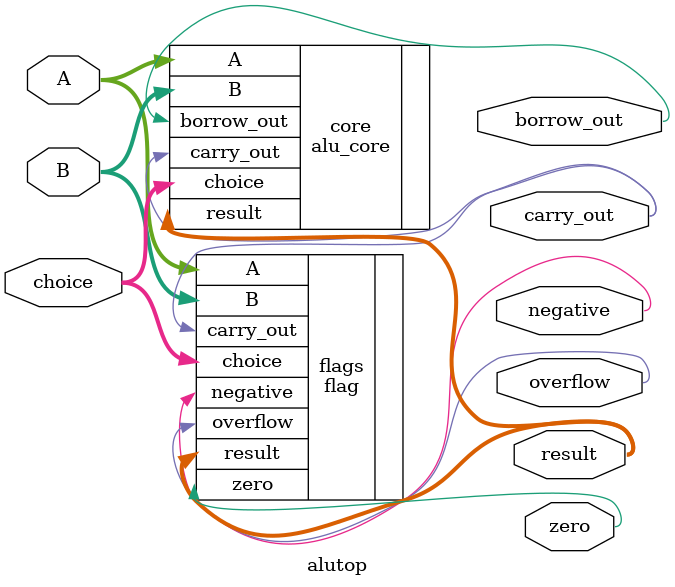
<source format=v>
module alutop(
   input [7:0]A,
   input [7:0]B,
   input [4:0]choice,
   output [7:0] result,
   output carry_out,
   output borrow_out,
   output zero,
   output negative,
   output overflow
);

  

alu_core core(.A(A),
              .B(B),
              .choice(choice),
              .result(result),
              .carry_out(carry_out),
              .borrow_out(borrow_out));

flag flags(.A(A),
           .B(B),
           .choice(choice),
           .result(result),
           .carry_out(carry_out),
           .zero(zero),
           .negative(negative),
           .overflow(overflow));
endmodule

</source>
